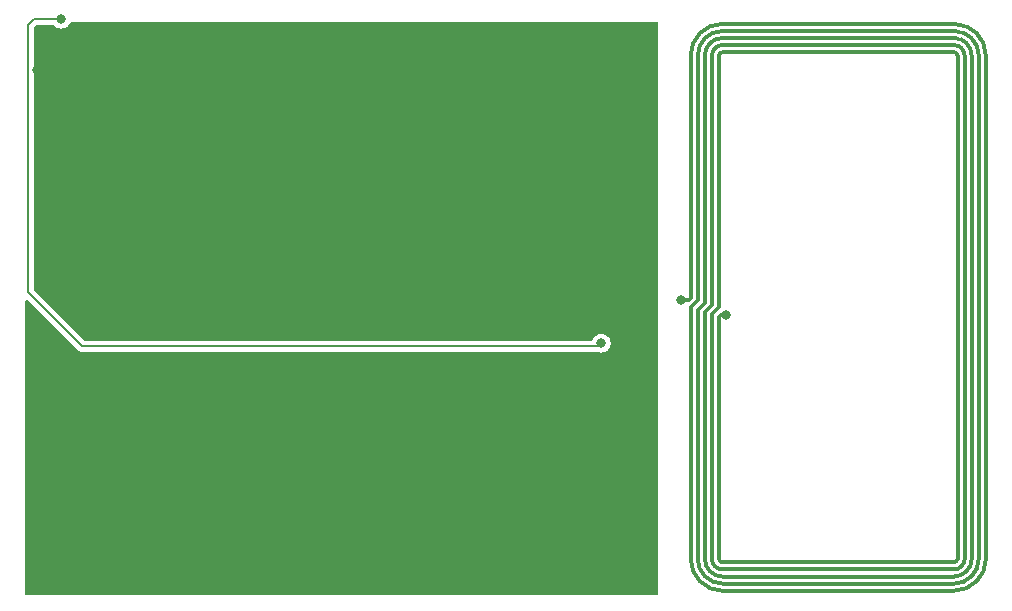
<source format=gbl>
%TF.GenerationSoftware,KiCad,Pcbnew,(6.99.0)*%
%TF.CreationDate,2022-05-24T21:05:52-07:00*%
%TF.ProjectId,Card,43617264-2e6b-4696-9361-645f70636258,rev?*%
%TF.SameCoordinates,Original*%
%TF.FileFunction,Copper,L2,Bot*%
%TF.FilePolarity,Positive*%
%FSLAX46Y46*%
G04 Gerber Fmt 4.6, Leading zero omitted, Abs format (unit mm)*
G04 Created by KiCad (PCBNEW (6.99.0)) date 2022-05-24 21:05:52*
%MOMM*%
%LPD*%
G01*
G04 APERTURE LIST*
%TA.AperFunction,EtchedComponent*%
%ADD10C,0.300000*%
%TD*%
%TA.AperFunction,ComponentPad*%
%ADD11C,0.808000*%
%TD*%
%TA.AperFunction,ViaPad*%
%ADD12C,0.800000*%
%TD*%
%TA.AperFunction,Conductor*%
%ADD13C,0.200000*%
%TD*%
G04 APERTURE END LIST*
D10*
%TO.C,U2*%
X111358000Y-53216000D02*
G75*
G03*
X108658000Y-55916000I1J-2700001D01*
G01*
X111358000Y-54416000D02*
G75*
G03*
X109858000Y-55916000I1J-1500001D01*
G01*
X111358000Y-55616000D02*
G75*
G03*
X111058000Y-55916000I0J-300000D01*
G01*
X111358000Y-55016000D02*
G75*
G03*
X110458000Y-55916000I0J-900000D01*
G01*
X130958000Y-100016000D02*
G75*
G03*
X132458000Y-98516000I-1J1500001D01*
G01*
X111358000Y-53816000D02*
G75*
G03*
X109258000Y-55916000I1J-2100001D01*
G01*
X131258000Y-55916000D02*
G75*
G03*
X130958000Y-55616000I-300000J0D01*
G01*
X131858000Y-55916000D02*
G75*
G03*
X130958000Y-55016000I-900000J0D01*
G01*
X109858000Y-98516000D02*
G75*
G03*
X111358000Y-100016000I1500001J1D01*
G01*
X130958000Y-101216000D02*
G75*
G03*
X133658000Y-98516000I-1J2700001D01*
G01*
X133058000Y-55916000D02*
G75*
G03*
X130958000Y-53816000I-2100001J-1D01*
G01*
X130958000Y-99416000D02*
G75*
G03*
X131858000Y-98516000I0J900000D01*
G01*
X111058000Y-98516000D02*
G75*
G03*
X111358000Y-98816000I300000J0D01*
G01*
X132458000Y-55916000D02*
G75*
G03*
X130958000Y-54416000I-1500001J-1D01*
G01*
X133658000Y-55916000D02*
G75*
G03*
X130958000Y-53216000I-2700001J-1D01*
G01*
X108658000Y-98516000D02*
G75*
G03*
X111358000Y-101216000I2700001J1D01*
G01*
X130958000Y-98816000D02*
G75*
G03*
X131258000Y-98516000I0J300000D01*
G01*
X110458000Y-98516000D02*
G75*
G03*
X111358000Y-99416000I900000J0D01*
G01*
X109258000Y-98516000D02*
G75*
G03*
X111358000Y-100616000I2100001J1D01*
G01*
X130958000Y-100616000D02*
G75*
G03*
X133058000Y-98516000I-1J2100001D01*
G01*
X111358000Y-101216000D02*
X130958000Y-101216000D01*
X109258000Y-55916000D02*
X109258000Y-76616000D01*
X131258000Y-55916000D02*
X131258000Y-98516000D01*
X111358000Y-55016000D02*
X130958000Y-55016000D01*
X110458000Y-55916000D02*
X110458000Y-77016000D01*
X108658000Y-76416000D02*
X108658000Y-55916000D01*
X132458000Y-55916000D02*
X132458000Y-98516000D01*
X131858000Y-55916000D02*
X131858000Y-98516000D01*
X109858000Y-76816000D02*
X109258000Y-77416000D01*
X108658000Y-77216000D02*
X108658000Y-98516000D01*
X111358000Y-54416000D02*
X130958000Y-54416000D01*
X111358000Y-53216000D02*
X130958000Y-53216000D01*
X109858000Y-55916000D02*
X109858000Y-76816000D01*
X109258000Y-76616000D02*
X108658000Y-77216000D01*
X111358000Y-55616000D02*
X130958000Y-55616000D01*
X110458000Y-98516000D02*
X110458000Y-77816000D01*
X133058000Y-55916000D02*
X133058000Y-98516000D01*
X110458000Y-77016000D02*
X109858000Y-77616000D01*
X111358000Y-98816000D02*
X130958000Y-98816000D01*
X107823000Y-76581000D02*
X108493000Y-76581000D01*
X109858000Y-77616000D02*
X109858000Y-98516000D01*
X111358000Y-100616000D02*
X130958000Y-100616000D01*
X111058000Y-77216000D02*
X110458000Y-77816000D01*
X108493000Y-76581000D02*
X108658000Y-76416000D01*
X111358000Y-99416000D02*
X130958000Y-99416000D01*
X111633000Y-77851000D02*
X111223000Y-77851000D01*
X111358000Y-100016000D02*
X130958000Y-100016000D01*
X111358000Y-53816000D02*
X130958000Y-53816000D01*
X109258000Y-77416000D02*
X109258000Y-98516000D01*
X111223000Y-77851000D02*
X111058000Y-78016000D01*
X111058000Y-98516000D02*
X111058000Y-78016000D01*
X133658000Y-55916000D02*
X133658000Y-98516000D01*
X111058000Y-55916000D02*
X111058000Y-77216000D01*
%TD*%
D11*
%TO.P,U2,P$2*%
%TO.N,Net-(U1-Pad8)*%
X111633000Y-77851000D03*
%TO.P,U2,P$1*%
%TO.N,Net-(U1-Pad1)*%
X107823000Y-76581000D03*
%TD*%
D12*
%TO.N,Net-(D1-Pad2)*%
X101092000Y-80264000D03*
X55372000Y-52832000D03*
%TO.N,Net-(C1-Pad2)*%
X53340000Y-57150000D03*
X99822000Y-79502000D03*
%TD*%
D13*
%TO.N,Net-(D1-Pad2)*%
X100838000Y-80518000D02*
X101092000Y-80264000D01*
X52578000Y-75946000D02*
X57150000Y-80518000D01*
X52578000Y-53340000D02*
X52578000Y-75946000D01*
X53086000Y-52832000D02*
X52578000Y-53340000D01*
X55372000Y-52832000D02*
X53086000Y-52832000D01*
X57150000Y-80518000D02*
X100838000Y-80518000D01*
%TO.N,Net-(C1-Pad2)*%
X55372000Y-77470000D02*
X57404000Y-79502000D01*
X57404000Y-79502000D02*
X99568000Y-79502000D01*
X53340000Y-75438000D02*
X55372000Y-77470000D01*
X99568000Y-79502000D02*
X99822000Y-79502000D01*
X53340000Y-57150000D02*
X53340000Y-75438000D01*
%TD*%
%TA.AperFunction,Conductor*%
%TO.N,Net-(C1-Pad2)*%
G36*
X105860121Y-53106002D02*
G01*
X105906614Y-53159658D01*
X105918000Y-53212000D01*
X105918000Y-101474000D01*
X105897998Y-101542121D01*
X105844342Y-101588614D01*
X105792000Y-101600000D01*
X52450000Y-101600000D01*
X52381879Y-101579998D01*
X52335386Y-101526342D01*
X52324000Y-101474000D01*
X52324000Y-76677134D01*
X52344002Y-76609013D01*
X52397658Y-76562520D01*
X52467932Y-76552416D01*
X52532512Y-76581910D01*
X52539095Y-76588039D01*
X56761412Y-80810356D01*
X56768499Y-80819226D01*
X56768941Y-80818850D01*
X56774757Y-80825683D01*
X56779549Y-80833279D01*
X56817602Y-80866886D01*
X56823274Y-80872218D01*
X56833973Y-80882917D01*
X56841688Y-80888699D01*
X56849525Y-80895081D01*
X56876194Y-80918634D01*
X56876200Y-80918638D01*
X56882927Y-80924579D01*
X56891053Y-80928394D01*
X56895850Y-80931545D01*
X56904160Y-80936538D01*
X56909208Y-80939302D01*
X56916395Y-80944688D01*
X56924805Y-80947841D01*
X56924807Y-80947842D01*
X56958122Y-80960332D01*
X56967435Y-80964256D01*
X57007775Y-80983195D01*
X57016648Y-80984576D01*
X57022152Y-80986259D01*
X57031507Y-80988713D01*
X57037131Y-80989950D01*
X57045542Y-80993103D01*
X57054500Y-80993769D01*
X57054501Y-80993769D01*
X57089979Y-80996406D01*
X57100008Y-80997557D01*
X57112491Y-80999500D01*
X57126949Y-80999500D01*
X57136287Y-80999847D01*
X57174132Y-81002660D01*
X57174135Y-81002660D01*
X57183086Y-81003325D01*
X57191865Y-81001451D01*
X57200822Y-81000840D01*
X57200828Y-81000922D01*
X57214301Y-80999500D01*
X100769956Y-80999500D01*
X100781239Y-81000761D01*
X100781285Y-81000183D01*
X100790233Y-81000903D01*
X100798988Y-81002884D01*
X100807948Y-81002328D01*
X100816893Y-81003048D01*
X100816789Y-81004340D01*
X100856327Y-81010195D01*
X100872270Y-81016124D01*
X100895145Y-81024631D01*
X100895148Y-81024632D01*
X100901742Y-81027084D01*
X100934128Y-81031405D01*
X101068549Y-81049342D01*
X101068553Y-81049342D01*
X101075530Y-81050273D01*
X101082541Y-81049635D01*
X101082545Y-81049635D01*
X101220105Y-81037115D01*
X101250137Y-81034382D01*
X101256839Y-81032204D01*
X101256841Y-81032204D01*
X101410185Y-80982380D01*
X101410188Y-80982379D01*
X101416884Y-80980203D01*
X101567484Y-80890427D01*
X101572578Y-80885576D01*
X101572582Y-80885573D01*
X101651567Y-80810356D01*
X101694452Y-80769517D01*
X101791477Y-80623482D01*
X101853737Y-80459581D01*
X101878138Y-80285959D01*
X101878445Y-80264000D01*
X101858901Y-80089764D01*
X101833388Y-80016498D01*
X101803557Y-79930835D01*
X101803556Y-79930833D01*
X101801242Y-79924188D01*
X101708332Y-79775501D01*
X101699835Y-79766944D01*
X101589754Y-79656094D01*
X101584789Y-79651094D01*
X101578846Y-79647322D01*
X101578843Y-79647320D01*
X101497270Y-79595552D01*
X101436755Y-79557148D01*
X101409570Y-79547468D01*
X101278220Y-79500696D01*
X101278215Y-79500695D01*
X101271585Y-79498334D01*
X101264597Y-79497501D01*
X101264594Y-79497500D01*
X101144307Y-79483157D01*
X101097490Y-79477574D01*
X101090487Y-79478310D01*
X101090486Y-79478310D01*
X100930122Y-79495165D01*
X100930120Y-79495166D01*
X100923122Y-79495901D01*
X100757148Y-79552403D01*
X100743296Y-79560925D01*
X100613823Y-79640577D01*
X100613820Y-79640579D01*
X100607816Y-79644273D01*
X100602781Y-79649204D01*
X100602778Y-79649206D01*
X100487581Y-79762016D01*
X100482549Y-79766944D01*
X100387572Y-79914319D01*
X100381561Y-79930835D01*
X100373277Y-79953595D01*
X100331183Y-80010766D01*
X100264861Y-80036104D01*
X100254876Y-80036500D01*
X57401633Y-80036500D01*
X57333512Y-80016498D01*
X57312538Y-79999595D01*
X53096405Y-75783461D01*
X53062379Y-75721149D01*
X53059500Y-75694366D01*
X53059500Y-53591634D01*
X53079502Y-53523513D01*
X53096405Y-53502539D01*
X53248539Y-53350405D01*
X53310851Y-53316379D01*
X53337634Y-53313500D01*
X54697021Y-53313500D01*
X54765142Y-53333502D01*
X54787659Y-53351973D01*
X54870701Y-53437966D01*
X54876593Y-53441821D01*
X54876597Y-53441825D01*
X54961457Y-53497355D01*
X55017410Y-53533970D01*
X55024014Y-53536426D01*
X55175140Y-53592629D01*
X55175142Y-53592629D01*
X55181742Y-53595084D01*
X55188725Y-53596016D01*
X55188726Y-53596016D01*
X55348549Y-53617342D01*
X55348553Y-53617342D01*
X55355530Y-53618273D01*
X55362541Y-53617635D01*
X55362545Y-53617635D01*
X55500105Y-53605115D01*
X55530137Y-53602382D01*
X55536839Y-53600204D01*
X55536841Y-53600204D01*
X55690185Y-53550380D01*
X55690188Y-53550379D01*
X55696884Y-53548203D01*
X55847484Y-53458427D01*
X55852578Y-53453576D01*
X55852582Y-53453573D01*
X55937101Y-53373086D01*
X55974452Y-53337517D01*
X56071477Y-53191482D01*
X56073980Y-53184893D01*
X56073982Y-53184889D01*
X56080681Y-53167255D01*
X56123570Y-53110677D01*
X56190239Y-53086269D01*
X56198468Y-53086000D01*
X105792000Y-53086000D01*
X105860121Y-53106002D01*
G37*
%TD.AperFunction*%
%TD*%
M02*

</source>
